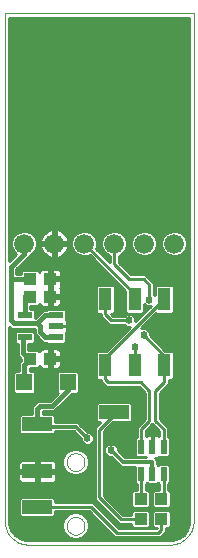
<source format=gtl>
G75*
G70*
%OFA0B0*%
%FSLAX24Y24*%
%IPPOS*%
%LPD*%
%AMOC8*
5,1,8,0,0,1.08239X$1,22.5*
%
%ADD10C,0.0000*%
%ADD11R,0.0236X0.0472*%
%ADD12R,0.0984X0.0472*%
%ADD13R,0.0433X0.0394*%
%ADD14R,0.0472X0.0217*%
%ADD15C,0.0660*%
%ADD16R,0.0433X0.0768*%
%ADD17R,0.0551X0.0551*%
%ADD18C,0.0100*%
%ADD19C,0.0246*%
%ADD20C,0.0160*%
%ADD21C,0.0120*%
D10*
X000160Y001700D02*
X000160Y018629D01*
X006459Y018629D01*
X006459Y001700D01*
X006457Y001646D01*
X006452Y001593D01*
X006443Y001540D01*
X006430Y001488D01*
X006414Y001436D01*
X006394Y001386D01*
X006371Y001338D01*
X006344Y001291D01*
X006315Y001246D01*
X006282Y001203D01*
X006247Y001163D01*
X006209Y001125D01*
X006169Y001090D01*
X006126Y001057D01*
X006081Y001028D01*
X006034Y001001D01*
X005986Y000978D01*
X005936Y000958D01*
X005884Y000942D01*
X005832Y000929D01*
X005779Y000920D01*
X005726Y000915D01*
X005672Y000913D01*
X005672Y000912D02*
X000947Y000912D01*
X000947Y000913D02*
X000893Y000915D01*
X000840Y000920D01*
X000787Y000929D01*
X000735Y000942D01*
X000683Y000958D01*
X000633Y000978D01*
X000585Y001001D01*
X000538Y001028D01*
X000493Y001057D01*
X000450Y001090D01*
X000410Y001125D01*
X000372Y001163D01*
X000337Y001203D01*
X000304Y001246D01*
X000275Y001291D01*
X000248Y001338D01*
X000225Y001386D01*
X000205Y001436D01*
X000189Y001488D01*
X000176Y001540D01*
X000167Y001593D01*
X000162Y001646D01*
X000160Y001700D01*
X002227Y001542D02*
X002229Y001576D01*
X002235Y001610D01*
X002245Y001643D01*
X002258Y001674D01*
X002276Y001704D01*
X002296Y001732D01*
X002320Y001757D01*
X002346Y001779D01*
X002374Y001797D01*
X002405Y001813D01*
X002437Y001825D01*
X002471Y001833D01*
X002505Y001837D01*
X002539Y001837D01*
X002573Y001833D01*
X002607Y001825D01*
X002639Y001813D01*
X002669Y001797D01*
X002698Y001779D01*
X002724Y001757D01*
X002748Y001732D01*
X002768Y001704D01*
X002786Y001674D01*
X002799Y001643D01*
X002809Y001610D01*
X002815Y001576D01*
X002817Y001542D01*
X002815Y001508D01*
X002809Y001474D01*
X002799Y001441D01*
X002786Y001410D01*
X002768Y001380D01*
X002748Y001352D01*
X002724Y001327D01*
X002698Y001305D01*
X002670Y001287D01*
X002639Y001271D01*
X002607Y001259D01*
X002573Y001251D01*
X002539Y001247D01*
X002505Y001247D01*
X002471Y001251D01*
X002437Y001259D01*
X002405Y001271D01*
X002374Y001287D01*
X002346Y001305D01*
X002320Y001327D01*
X002296Y001352D01*
X002276Y001380D01*
X002258Y001410D01*
X002245Y001441D01*
X002235Y001474D01*
X002229Y001508D01*
X002227Y001542D01*
X002227Y003668D02*
X002229Y003702D01*
X002235Y003736D01*
X002245Y003769D01*
X002258Y003800D01*
X002276Y003830D01*
X002296Y003858D01*
X002320Y003883D01*
X002346Y003905D01*
X002374Y003923D01*
X002405Y003939D01*
X002437Y003951D01*
X002471Y003959D01*
X002505Y003963D01*
X002539Y003963D01*
X002573Y003959D01*
X002607Y003951D01*
X002639Y003939D01*
X002669Y003923D01*
X002698Y003905D01*
X002724Y003883D01*
X002748Y003858D01*
X002768Y003830D01*
X002786Y003800D01*
X002799Y003769D01*
X002809Y003736D01*
X002815Y003702D01*
X002817Y003668D01*
X002815Y003634D01*
X002809Y003600D01*
X002799Y003567D01*
X002786Y003536D01*
X002768Y003506D01*
X002748Y003478D01*
X002724Y003453D01*
X002698Y003431D01*
X002670Y003413D01*
X002639Y003397D01*
X002607Y003385D01*
X002573Y003377D01*
X002539Y003373D01*
X002505Y003373D01*
X002471Y003377D01*
X002437Y003385D01*
X002405Y003397D01*
X002374Y003413D01*
X002346Y003431D01*
X002320Y003453D01*
X002296Y003478D01*
X002276Y003506D01*
X002258Y003536D01*
X002245Y003567D01*
X002235Y003600D01*
X002229Y003634D01*
X002227Y003668D01*
D11*
X004707Y003275D03*
X005081Y003275D03*
X005081Y004180D03*
X004707Y004180D03*
X005455Y004180D03*
X005455Y003275D03*
D12*
X003802Y005322D03*
X001243Y004928D03*
X001243Y003353D03*
X001243Y002172D03*
D13*
X001006Y007113D03*
X001676Y007113D03*
X001676Y009180D03*
X001676Y009771D03*
X001006Y009771D03*
X001006Y009180D03*
X004688Y002428D03*
X004688Y001759D03*
X005377Y001759D03*
X005377Y002428D03*
D14*
X001853Y007822D03*
X001853Y008196D03*
X001853Y008570D03*
X000829Y008570D03*
X000829Y007822D03*
D15*
X000810Y010952D03*
X001810Y010952D03*
X002810Y010952D03*
X003810Y010952D03*
X004810Y010952D03*
X005810Y010952D03*
D16*
X005475Y009101D03*
X005475Y006897D03*
X004491Y006897D03*
X004491Y009101D03*
X003506Y009101D03*
X003506Y006897D03*
D17*
X002266Y006326D03*
X000810Y006326D03*
D18*
X000455Y001306D02*
X002138Y001306D01*
X002145Y001290D02*
X002270Y001165D01*
X002434Y001097D01*
X002611Y001097D01*
X002774Y001165D01*
X002900Y001290D01*
X002967Y001454D01*
X002967Y001631D01*
X002900Y001795D01*
X002774Y001920D01*
X002611Y001988D01*
X002434Y001988D01*
X002270Y001920D01*
X002145Y001795D01*
X002077Y001631D01*
X002077Y001454D01*
X002145Y001290D01*
X002227Y001208D02*
X000553Y001208D01*
X000497Y001249D02*
X000379Y001410D01*
X000318Y001600D01*
X000310Y001700D01*
X000310Y008185D01*
X000381Y008114D01*
X001161Y008114D01*
X001161Y007976D01*
X001107Y008030D01*
X000552Y008030D01*
X000493Y007972D01*
X000493Y007672D01*
X000552Y007614D01*
X000590Y007614D01*
X000590Y007216D01*
X000690Y007116D01*
X000690Y007051D01*
X000630Y006991D01*
X000630Y006701D01*
X000493Y006701D01*
X000434Y006643D01*
X000434Y006009D01*
X000493Y005950D01*
X001127Y005950D01*
X001185Y006009D01*
X001185Y006643D01*
X001127Y006701D01*
X000990Y006701D01*
X000990Y006816D01*
X001264Y006816D01*
X001317Y006869D01*
X001319Y006858D01*
X001339Y006824D01*
X001367Y006796D01*
X001401Y006777D01*
X001439Y006766D01*
X001627Y006766D01*
X001627Y007065D01*
X001724Y007065D01*
X001724Y007162D01*
X001627Y007162D01*
X001627Y007460D01*
X001439Y007460D01*
X001401Y007450D01*
X001367Y007430D01*
X001339Y007402D01*
X001319Y007368D01*
X001317Y007358D01*
X001264Y007410D01*
X000950Y007410D01*
X000950Y007614D01*
X001107Y007614D01*
X001165Y007672D01*
X001165Y007920D01*
X001267Y007819D01*
X001444Y007642D01*
X001547Y007642D01*
X001575Y007614D01*
X002131Y007614D01*
X002189Y007672D01*
X002189Y007972D01*
X002187Y007974D01*
X002209Y007995D01*
X002229Y008030D01*
X002239Y008068D01*
X002239Y008192D01*
X001857Y008192D01*
X001857Y008200D01*
X002239Y008200D01*
X002239Y008324D01*
X002229Y008362D01*
X002209Y008396D01*
X002187Y008418D01*
X002189Y008420D01*
X002189Y008720D01*
X002131Y008778D01*
X001575Y008778D01*
X001547Y008750D01*
X001444Y008750D01*
X001338Y008644D01*
X001168Y008474D01*
X001165Y008474D01*
X001165Y008720D01*
X001107Y008778D01*
X001009Y008778D01*
X001009Y008883D01*
X001264Y008883D01*
X001317Y008936D01*
X001319Y008925D01*
X001339Y008891D01*
X001367Y008863D01*
X001401Y008843D01*
X001439Y008833D01*
X001627Y008833D01*
X001627Y009132D01*
X001724Y009132D01*
X001724Y009229D01*
X001627Y009229D01*
X001627Y009527D01*
X001627Y009722D01*
X001724Y009722D01*
X001724Y009229D01*
X002042Y009229D01*
X002042Y009397D01*
X002032Y009435D01*
X002012Y009469D01*
X002006Y009475D01*
X002012Y009482D01*
X002032Y009516D01*
X002042Y009554D01*
X002042Y009722D01*
X001724Y009722D01*
X001724Y009819D01*
X001627Y009819D01*
X001627Y010118D01*
X001439Y010118D01*
X001401Y010107D01*
X001367Y010088D01*
X001339Y010060D01*
X001319Y010025D01*
X001317Y010015D01*
X001264Y010068D01*
X000748Y010068D01*
X000690Y010009D01*
X000690Y009951D01*
X000537Y009951D01*
X000537Y010090D01*
X000990Y010543D01*
X000990Y010561D01*
X001053Y010587D01*
X001174Y010708D01*
X001240Y010866D01*
X001240Y011037D01*
X001174Y011195D01*
X001053Y011316D01*
X000895Y011382D01*
X000724Y011382D01*
X000566Y011316D01*
X000445Y011195D01*
X000380Y011037D01*
X000380Y010866D01*
X000445Y010708D01*
X000546Y010608D01*
X000310Y010372D01*
X000310Y018479D01*
X006309Y018479D01*
X006309Y001700D01*
X006301Y001600D01*
X006240Y001410D01*
X006123Y001249D01*
X005961Y001132D01*
X005772Y001070D01*
X005672Y001062D01*
X000947Y001062D01*
X000848Y001070D01*
X000658Y001132D01*
X000497Y001249D01*
X000383Y001405D02*
X002097Y001405D01*
X002077Y001503D02*
X000349Y001503D01*
X000318Y001602D02*
X002077Y001602D01*
X002106Y001700D02*
X000310Y001700D01*
X000310Y001799D02*
X002149Y001799D01*
X002248Y001897D02*
X001835Y001897D01*
X001835Y001895D02*
X001835Y002022D01*
X002972Y002022D01*
X003750Y001244D01*
X003838Y001156D01*
X005340Y001156D01*
X005428Y001244D01*
X005527Y001342D01*
X005527Y001462D01*
X005634Y001462D01*
X005693Y001521D01*
X005693Y001997D01*
X005634Y002056D01*
X005119Y002056D01*
X005060Y001997D01*
X005060Y001521D01*
X005119Y001462D01*
X005222Y001462D01*
X005216Y001456D01*
X003962Y001456D01*
X003096Y002322D01*
X001835Y002322D01*
X001835Y002450D01*
X001776Y002508D01*
X000709Y002508D01*
X000651Y002450D01*
X000651Y001895D01*
X000709Y001836D01*
X001776Y001836D01*
X001835Y001895D01*
X001835Y001996D02*
X002998Y001996D01*
X003097Y001897D02*
X002797Y001897D01*
X002895Y001799D02*
X003195Y001799D01*
X003294Y001700D02*
X002939Y001700D01*
X002967Y001602D02*
X003392Y001602D01*
X003491Y001503D02*
X002967Y001503D01*
X002947Y001405D02*
X003589Y001405D01*
X003688Y001306D02*
X002906Y001306D01*
X002817Y001208D02*
X003786Y001208D01*
X003900Y001306D02*
X005278Y001306D01*
X005377Y001405D01*
X005377Y001759D01*
X005527Y001405D02*
X006236Y001405D01*
X006270Y001503D02*
X005676Y001503D01*
X005693Y001602D02*
X006302Y001602D01*
X006309Y001700D02*
X005693Y001700D01*
X005693Y001799D02*
X006309Y001799D01*
X006309Y001897D02*
X005693Y001897D01*
X005693Y001996D02*
X006309Y001996D01*
X006309Y002094D02*
X003915Y002094D01*
X004013Y001996D02*
X004371Y001996D01*
X004371Y001997D02*
X004371Y001909D01*
X004100Y001909D01*
X003460Y002549D01*
X003460Y004689D01*
X003756Y004986D01*
X004335Y004986D01*
X004394Y005044D01*
X004394Y005599D01*
X004335Y005658D01*
X003268Y005658D01*
X003210Y005599D01*
X003210Y005044D01*
X003268Y004986D01*
X003332Y004986D01*
X003160Y004813D01*
X003160Y002425D01*
X003247Y002337D01*
X003976Y001609D01*
X004371Y001609D01*
X004371Y001521D01*
X004430Y001462D01*
X004946Y001462D01*
X005004Y001521D01*
X005004Y001997D01*
X004946Y002056D01*
X004430Y002056D01*
X004371Y001997D01*
X004430Y002131D02*
X004946Y002131D01*
X005004Y002190D01*
X005004Y002666D01*
X004946Y002725D01*
X004857Y002725D01*
X004857Y002938D01*
X004867Y002938D01*
X004894Y002966D01*
X004922Y002938D01*
X005241Y002938D01*
X005268Y002966D01*
X005296Y002938D01*
X005305Y002938D01*
X005305Y002725D01*
X005119Y002725D01*
X005060Y002666D01*
X005060Y002190D01*
X005119Y002131D01*
X005634Y002131D01*
X005693Y002190D01*
X005693Y002666D01*
X005634Y002725D01*
X005605Y002725D01*
X005605Y002938D01*
X005615Y002938D01*
X005673Y002997D01*
X005673Y003552D01*
X005615Y003611D01*
X005296Y003611D01*
X005268Y003583D01*
X005241Y003610D01*
X005241Y003735D01*
X005182Y003794D01*
X005219Y003794D01*
X005257Y003804D01*
X005291Y003824D01*
X005312Y003844D01*
X005615Y003844D01*
X005673Y003902D01*
X005673Y004458D01*
X005615Y004516D01*
X005605Y004516D01*
X005605Y004833D01*
X005330Y005108D01*
X005330Y005968D01*
X005625Y006264D01*
X005625Y006413D01*
X005733Y006413D01*
X005791Y006471D01*
X005791Y007322D01*
X005733Y007381D01*
X005518Y007381D01*
X005009Y007890D01*
X005009Y007993D01*
X004878Y008124D01*
X004709Y008124D01*
X005210Y008624D01*
X005217Y008618D01*
X005733Y008618D01*
X005791Y008676D01*
X005791Y009527D01*
X005733Y009585D01*
X005217Y009585D01*
X005158Y009527D01*
X005158Y009221D01*
X005133Y009247D01*
X005133Y009636D01*
X005045Y009724D01*
X004848Y009921D01*
X004356Y009921D01*
X003960Y010317D01*
X003960Y010548D01*
X004053Y010587D01*
X004174Y010708D01*
X004240Y010866D01*
X004240Y011037D01*
X004174Y011195D01*
X004053Y011316D01*
X003895Y011382D01*
X003724Y011382D01*
X003566Y011316D01*
X003445Y011195D01*
X003380Y011037D01*
X003380Y010866D01*
X003445Y010708D01*
X003566Y010587D01*
X003660Y010548D01*
X003660Y010322D01*
X003203Y010778D01*
X003240Y010866D01*
X003240Y011037D01*
X003174Y011195D01*
X003053Y011316D01*
X002895Y011382D01*
X002724Y011382D01*
X002566Y011316D01*
X002445Y011195D01*
X002380Y011037D01*
X002380Y010866D01*
X002445Y010708D01*
X002566Y010587D01*
X002724Y010522D01*
X002895Y010522D01*
X002994Y010563D01*
X004174Y009383D01*
X004174Y008676D01*
X004233Y008618D01*
X004749Y008618D01*
X004807Y008676D01*
X004807Y008942D01*
X004890Y008859D01*
X005020Y008859D01*
X004517Y008355D01*
X004517Y008485D01*
X004386Y008616D01*
X004201Y008616D01*
X004128Y008543D01*
X003765Y008543D01*
X003691Y008618D01*
X003764Y008618D01*
X003823Y008676D01*
X003823Y009527D01*
X003764Y009585D01*
X003248Y009585D01*
X003190Y009527D01*
X003190Y008676D01*
X003248Y008618D01*
X003356Y008618D01*
X003356Y008527D01*
X003444Y008440D01*
X003641Y008243D01*
X004128Y008243D01*
X004201Y008170D01*
X004331Y008170D01*
X003542Y007381D01*
X003248Y007381D01*
X003190Y007322D01*
X003190Y006471D01*
X003248Y006413D01*
X003356Y006413D01*
X003356Y006362D01*
X003444Y006274D01*
X003543Y006176D01*
X004625Y006176D01*
X004833Y005968D01*
X004833Y005108D01*
X004557Y004833D01*
X004557Y004516D01*
X004548Y004516D01*
X004489Y004458D01*
X004489Y003902D01*
X004548Y003844D01*
X004851Y003844D01*
X004867Y003828D01*
X004163Y003828D01*
X003926Y004065D01*
X003926Y004154D01*
X003796Y004285D01*
X003611Y004285D01*
X003480Y004154D01*
X003480Y003970D01*
X003611Y003839D01*
X003700Y003839D01*
X004031Y003508D01*
X004489Y003508D01*
X004489Y002997D01*
X004548Y002938D01*
X004557Y002938D01*
X004557Y002725D01*
X004430Y002725D01*
X004371Y002666D01*
X004371Y002190D01*
X004430Y002131D01*
X004371Y002193D02*
X003816Y002193D01*
X003718Y002291D02*
X004371Y002291D01*
X004371Y002390D02*
X003619Y002390D01*
X003521Y002488D02*
X004371Y002488D01*
X004371Y002587D02*
X003460Y002587D01*
X003460Y002685D02*
X004390Y002685D01*
X004557Y002784D02*
X003460Y002784D01*
X003460Y002882D02*
X004557Y002882D01*
X004505Y002981D02*
X003460Y002981D01*
X003460Y003079D02*
X004489Y003079D01*
X004489Y003178D02*
X003460Y003178D01*
X003460Y003276D02*
X004489Y003276D01*
X004489Y003375D02*
X003460Y003375D01*
X003460Y003473D02*
X004489Y003473D01*
X004524Y003867D02*
X004124Y003867D01*
X004026Y003966D02*
X004489Y003966D01*
X004489Y004064D02*
X003927Y004064D01*
X003918Y004163D02*
X004489Y004163D01*
X004489Y004261D02*
X003819Y004261D01*
X003770Y003769D02*
X003460Y003769D01*
X003460Y003867D02*
X003583Y003867D01*
X003484Y003966D02*
X003460Y003966D01*
X003460Y004064D02*
X003480Y004064D01*
X003489Y004163D02*
X003460Y004163D01*
X003460Y004261D02*
X003587Y004261D01*
X003460Y004360D02*
X004489Y004360D01*
X004490Y004458D02*
X003460Y004458D01*
X003460Y004557D02*
X004557Y004557D01*
X004557Y004655D02*
X003460Y004655D01*
X003525Y004754D02*
X004557Y004754D01*
X004577Y004852D02*
X003623Y004852D01*
X003722Y004951D02*
X004675Y004951D01*
X004707Y004771D02*
X004983Y005046D01*
X004983Y006031D01*
X004688Y006326D01*
X003605Y006326D01*
X003506Y006424D01*
X003506Y006897D01*
X003506Y006719D01*
X003506Y006897D02*
X003506Y007133D01*
X005475Y009101D01*
X005738Y009580D02*
X006309Y009580D01*
X006309Y009482D02*
X005791Y009482D01*
X005791Y009383D02*
X006309Y009383D01*
X006309Y009285D02*
X005791Y009285D01*
X005791Y009186D02*
X006309Y009186D01*
X006309Y009088D02*
X005791Y009088D01*
X005791Y008989D02*
X006309Y008989D01*
X006309Y008891D02*
X005791Y008891D01*
X005791Y008792D02*
X006309Y008792D01*
X006309Y008694D02*
X005791Y008694D01*
X005387Y007512D02*
X006309Y007512D01*
X006309Y007610D02*
X005288Y007610D01*
X005190Y007709D02*
X006309Y007709D01*
X006309Y007807D02*
X005091Y007807D01*
X005009Y007906D02*
X006309Y007906D01*
X006309Y008004D02*
X004998Y008004D01*
X004899Y008103D02*
X006309Y008103D01*
X006309Y008201D02*
X004787Y008201D01*
X004886Y008300D02*
X006309Y008300D01*
X006309Y008398D02*
X004984Y008398D01*
X005083Y008497D02*
X006309Y008497D01*
X006309Y008595D02*
X005181Y008595D01*
X004983Y009082D02*
X004983Y009574D01*
X004786Y009771D01*
X004294Y009771D01*
X003810Y010255D01*
X003810Y010952D01*
X003964Y011353D02*
X004656Y011353D01*
X004724Y011382D02*
X004566Y011316D01*
X004445Y011195D01*
X004380Y011037D01*
X004380Y010866D01*
X004445Y010708D01*
X004566Y010587D01*
X004724Y010522D01*
X004895Y010522D01*
X005053Y010587D01*
X005174Y010708D01*
X005240Y010866D01*
X005240Y011037D01*
X005174Y011195D01*
X005053Y011316D01*
X004895Y011382D01*
X004724Y011382D01*
X004964Y011353D02*
X005656Y011353D01*
X005724Y011382D02*
X005566Y011316D01*
X005445Y011195D01*
X005380Y011037D01*
X005380Y010866D01*
X005445Y010708D01*
X005566Y010587D01*
X005724Y010522D01*
X005895Y010522D01*
X006053Y010587D01*
X006174Y010708D01*
X006240Y010866D01*
X006240Y011037D01*
X006174Y011195D01*
X006053Y011316D01*
X005895Y011382D01*
X005724Y011382D01*
X005505Y011255D02*
X005115Y011255D01*
X005190Y011156D02*
X005429Y011156D01*
X005388Y011058D02*
X005231Y011058D01*
X005240Y010959D02*
X005380Y010959D01*
X005382Y010861D02*
X005237Y010861D01*
X005197Y010762D02*
X005423Y010762D01*
X005489Y010664D02*
X005130Y010664D01*
X005001Y010565D02*
X005619Y010565D01*
X006001Y010565D02*
X006309Y010565D01*
X006309Y010467D02*
X003960Y010467D01*
X003960Y010368D02*
X006309Y010368D01*
X006309Y010270D02*
X004007Y010270D01*
X004105Y010171D02*
X006309Y010171D01*
X006309Y010073D02*
X004204Y010073D01*
X004302Y009974D02*
X006309Y009974D01*
X006309Y009876D02*
X004893Y009876D01*
X004991Y009777D02*
X006309Y009777D01*
X006309Y009679D02*
X005090Y009679D01*
X005133Y009580D02*
X005212Y009580D01*
X005158Y009482D02*
X005133Y009482D01*
X005133Y009383D02*
X005158Y009383D01*
X005158Y009285D02*
X005133Y009285D01*
X004954Y008792D02*
X004807Y008792D01*
X004807Y008694D02*
X004855Y008694D01*
X004858Y008891D02*
X004807Y008891D01*
X004757Y008595D02*
X004407Y008595D01*
X004505Y008497D02*
X004658Y008497D01*
X004560Y008398D02*
X004517Y008398D01*
X004294Y008393D02*
X003703Y008393D01*
X003506Y008590D01*
X003506Y009101D01*
X003356Y008595D02*
X002189Y008595D01*
X002189Y008497D02*
X003387Y008497D01*
X003485Y008398D02*
X002207Y008398D01*
X002239Y008300D02*
X003584Y008300D01*
X003713Y008595D02*
X004181Y008595D01*
X004174Y008694D02*
X003823Y008694D01*
X003823Y008792D02*
X004174Y008792D01*
X004174Y008891D02*
X003823Y008891D01*
X003823Y008989D02*
X004174Y008989D01*
X004174Y009088D02*
X003823Y009088D01*
X003823Y009186D02*
X004174Y009186D01*
X004174Y009285D02*
X003823Y009285D01*
X003823Y009383D02*
X004174Y009383D01*
X004075Y009482D02*
X003823Y009482D01*
X003769Y009580D02*
X003977Y009580D01*
X003878Y009679D02*
X002042Y009679D01*
X002042Y009580D02*
X003244Y009580D01*
X003190Y009482D02*
X002012Y009482D01*
X002042Y009383D02*
X003190Y009383D01*
X003190Y009285D02*
X002042Y009285D01*
X002042Y009132D02*
X001724Y009132D01*
X001724Y008833D01*
X001912Y008833D01*
X001950Y008843D01*
X001984Y008863D01*
X002012Y008891D01*
X003190Y008891D01*
X003190Y008989D02*
X002042Y008989D01*
X002042Y008964D02*
X002042Y009132D01*
X002042Y009088D02*
X003190Y009088D01*
X003190Y009186D02*
X001724Y009186D01*
X001724Y009088D02*
X001627Y009088D01*
X001627Y008989D02*
X001724Y008989D01*
X001724Y008891D02*
X001627Y008891D01*
X001627Y009285D02*
X001724Y009285D01*
X001724Y009383D02*
X001627Y009383D01*
X001627Y009482D02*
X001724Y009482D01*
X001724Y009580D02*
X001627Y009580D01*
X001627Y009679D02*
X001724Y009679D01*
X001724Y009777D02*
X003780Y009777D01*
X003681Y009876D02*
X002042Y009876D01*
X002042Y009819D02*
X002042Y009987D01*
X002032Y010025D01*
X002012Y010060D01*
X001984Y010088D01*
X001950Y010107D01*
X001912Y010118D01*
X001724Y010118D01*
X001724Y009819D01*
X002042Y009819D01*
X002042Y009974D02*
X003583Y009974D01*
X003484Y010073D02*
X001999Y010073D01*
X001922Y010484D02*
X001858Y010473D01*
X001858Y010903D01*
X001761Y010903D01*
X001761Y010473D01*
X001697Y010484D01*
X001625Y010507D01*
X001558Y010541D01*
X001497Y010586D01*
X001443Y010639D01*
X001399Y010700D01*
X001365Y010768D01*
X001341Y010839D01*
X001331Y010903D01*
X001761Y010903D01*
X001761Y011000D01*
X001331Y011000D01*
X001341Y011064D01*
X001365Y011136D01*
X001399Y011203D01*
X001443Y011264D01*
X001497Y011318D01*
X001558Y011362D01*
X001625Y011397D01*
X001697Y011420D01*
X001761Y011430D01*
X001761Y011000D01*
X001858Y011000D01*
X002288Y011000D01*
X002278Y011064D01*
X002254Y011136D01*
X002220Y011203D01*
X002176Y011264D01*
X002122Y011318D01*
X002061Y011362D01*
X001994Y011397D01*
X001922Y011420D01*
X001858Y011430D01*
X001858Y011000D01*
X001858Y010903D01*
X002288Y010903D01*
X002278Y010839D01*
X002254Y010768D01*
X002220Y010700D01*
X002176Y010639D01*
X002122Y010586D01*
X002061Y010541D01*
X001994Y010507D01*
X001922Y010484D01*
X001858Y010565D02*
X001761Y010565D01*
X001761Y010664D02*
X001858Y010664D01*
X001858Y010762D02*
X001761Y010762D01*
X001761Y010861D02*
X001858Y010861D01*
X001858Y010959D02*
X002380Y010959D01*
X002382Y010861D02*
X002281Y010861D01*
X002252Y010762D02*
X002423Y010762D01*
X002489Y010664D02*
X002194Y010664D01*
X002094Y010565D02*
X002619Y010565D01*
X002810Y010952D02*
X002817Y010952D01*
X004491Y009279D01*
X004491Y009101D01*
X004170Y008201D02*
X002239Y008201D01*
X002239Y008103D02*
X004264Y008103D01*
X004166Y008004D02*
X002214Y008004D01*
X002189Y007906D02*
X004067Y007906D01*
X003969Y007807D02*
X002189Y007807D01*
X002189Y007709D02*
X003870Y007709D01*
X003772Y007610D02*
X000950Y007610D01*
X000950Y007512D02*
X003673Y007512D01*
X003575Y007413D02*
X002001Y007413D01*
X002012Y007402D02*
X001984Y007430D01*
X001950Y007450D01*
X001912Y007460D01*
X001724Y007460D01*
X001724Y007162D01*
X002042Y007162D01*
X002042Y007330D01*
X002032Y007368D01*
X002012Y007402D01*
X002042Y007315D02*
X003190Y007315D01*
X003190Y007216D02*
X002042Y007216D01*
X002042Y007065D02*
X001724Y007065D01*
X001724Y006766D01*
X001912Y006766D01*
X001950Y006777D01*
X001984Y006796D01*
X002012Y006824D01*
X002032Y006858D01*
X002042Y006897D01*
X002042Y007065D01*
X002042Y007019D02*
X003190Y007019D01*
X003190Y006921D02*
X002042Y006921D01*
X002010Y006822D02*
X003190Y006822D01*
X003190Y006724D02*
X000990Y006724D01*
X001185Y006625D02*
X001891Y006625D01*
X001891Y006643D02*
X001891Y006009D01*
X001921Y005979D01*
X001660Y005718D01*
X001267Y005718D01*
X001168Y005620D01*
X001063Y005515D01*
X001063Y005264D01*
X000709Y005264D01*
X000651Y005206D01*
X000651Y004651D01*
X000709Y004592D01*
X001776Y004592D01*
X001835Y004651D01*
X001835Y004689D01*
X002456Y004689D01*
X002693Y004452D01*
X002693Y004363D01*
X002824Y004233D01*
X003008Y004233D01*
X003139Y004363D01*
X003139Y004548D01*
X003008Y004679D01*
X002919Y004679D01*
X002682Y004916D01*
X002588Y005009D01*
X001835Y005009D01*
X001835Y005206D01*
X001776Y005264D01*
X001423Y005264D01*
X001423Y005358D01*
X001809Y005358D01*
X001915Y005464D01*
X002401Y005950D01*
X002583Y005950D01*
X002642Y006009D01*
X002642Y006643D01*
X002583Y006701D01*
X001949Y006701D01*
X001891Y006643D01*
X001891Y006527D02*
X001185Y006527D01*
X001185Y006428D02*
X001891Y006428D01*
X001891Y006330D02*
X001185Y006330D01*
X001185Y006231D02*
X001891Y006231D01*
X001891Y006133D02*
X001185Y006133D01*
X001185Y006034D02*
X001891Y006034D01*
X001878Y005936D02*
X000310Y005936D01*
X000310Y006034D02*
X000434Y006034D01*
X000434Y006133D02*
X000310Y006133D01*
X000310Y006231D02*
X000434Y006231D01*
X000434Y006330D02*
X000310Y006330D01*
X000310Y006428D02*
X000434Y006428D01*
X000434Y006527D02*
X000310Y006527D01*
X000310Y006625D02*
X000434Y006625D01*
X000310Y006724D02*
X000630Y006724D01*
X000630Y006822D02*
X000310Y006822D01*
X000310Y006921D02*
X000630Y006921D01*
X000658Y007019D02*
X000310Y007019D01*
X000310Y007118D02*
X000688Y007118D01*
X000590Y007216D02*
X000310Y007216D01*
X000310Y007315D02*
X000590Y007315D01*
X000590Y007413D02*
X000310Y007413D01*
X000310Y007512D02*
X000590Y007512D01*
X000590Y007610D02*
X000310Y007610D01*
X000310Y007709D02*
X000493Y007709D01*
X000493Y007807D02*
X000310Y007807D01*
X000310Y007906D02*
X000493Y007906D01*
X000526Y008004D02*
X000310Y008004D01*
X000310Y008103D02*
X001161Y008103D01*
X001161Y008004D02*
X001133Y008004D01*
X001165Y007906D02*
X001180Y007906D01*
X001165Y007807D02*
X001278Y007807D01*
X001377Y007709D02*
X001165Y007709D01*
X001350Y007413D02*
X000950Y007413D01*
X001270Y006822D02*
X001341Y006822D01*
X001627Y006822D02*
X001724Y006822D01*
X001724Y006921D02*
X001627Y006921D01*
X001627Y007019D02*
X001724Y007019D01*
X001724Y007118D02*
X003190Y007118D01*
X003190Y006625D02*
X002642Y006625D01*
X002642Y006527D02*
X003190Y006527D01*
X003233Y006428D02*
X002642Y006428D01*
X002642Y006330D02*
X003389Y006330D01*
X003487Y006231D02*
X002642Y006231D01*
X002642Y006133D02*
X004668Y006133D01*
X004767Y006034D02*
X002642Y006034D01*
X002387Y005936D02*
X004833Y005936D01*
X004833Y005837D02*
X002288Y005837D01*
X002190Y005739D02*
X004833Y005739D01*
X004833Y005640D02*
X004353Y005640D01*
X004394Y005542D02*
X004833Y005542D01*
X004833Y005443D02*
X004394Y005443D01*
X004394Y005345D02*
X004833Y005345D01*
X004833Y005246D02*
X004394Y005246D01*
X004394Y005148D02*
X004833Y005148D01*
X004774Y005049D02*
X004394Y005049D01*
X004707Y004771D02*
X004707Y004180D01*
X004857Y004523D02*
X004857Y004709D01*
X005045Y004896D01*
X005081Y004933D01*
X005118Y004896D01*
X005305Y004709D01*
X005305Y004523D01*
X005291Y004536D01*
X005257Y004556D01*
X005219Y004566D01*
X005090Y004566D01*
X005090Y004189D01*
X005072Y004189D01*
X005072Y004566D01*
X004943Y004566D01*
X004905Y004556D01*
X004871Y004536D01*
X004857Y004523D01*
X004857Y004557D02*
X004908Y004557D01*
X004857Y004655D02*
X005305Y004655D01*
X005305Y004557D02*
X005254Y004557D01*
X005260Y004754D02*
X004903Y004754D01*
X005001Y004852D02*
X005161Y004852D01*
X005180Y005046D02*
X005180Y006031D01*
X005475Y006326D01*
X005475Y006897D01*
X005475Y007212D01*
X004786Y007901D01*
X004491Y007507D02*
X004491Y006897D01*
X003802Y005322D02*
X003802Y005243D01*
X003310Y004751D01*
X003310Y002487D01*
X004038Y001759D01*
X004688Y001759D01*
X004688Y002428D02*
X004707Y002448D01*
X004707Y003275D01*
X004857Y002882D02*
X005305Y002882D01*
X005305Y002784D02*
X004857Y002784D01*
X004985Y002685D02*
X005079Y002685D01*
X005060Y002587D02*
X005004Y002587D01*
X005004Y002488D02*
X005060Y002488D01*
X005060Y002390D02*
X005004Y002390D01*
X005004Y002291D02*
X005060Y002291D01*
X005060Y002193D02*
X005004Y002193D01*
X005004Y001996D02*
X005060Y001996D01*
X005060Y001897D02*
X005004Y001897D01*
X005004Y001799D02*
X005060Y001799D01*
X005060Y001700D02*
X005004Y001700D01*
X005004Y001602D02*
X005060Y001602D01*
X005077Y001503D02*
X004987Y001503D01*
X005392Y001208D02*
X006066Y001208D01*
X006164Y001306D02*
X005491Y001306D01*
X005693Y002193D02*
X006309Y002193D01*
X006309Y002291D02*
X005693Y002291D01*
X005693Y002390D02*
X006309Y002390D01*
X006309Y002488D02*
X005693Y002488D01*
X005693Y002587D02*
X006309Y002587D01*
X006309Y002685D02*
X005674Y002685D01*
X005605Y002784D02*
X006309Y002784D01*
X006309Y002882D02*
X005605Y002882D01*
X005657Y002981D02*
X006309Y002981D01*
X006309Y003079D02*
X005673Y003079D01*
X005673Y003178D02*
X006309Y003178D01*
X006309Y003276D02*
X005673Y003276D01*
X005673Y003375D02*
X006309Y003375D01*
X006309Y003473D02*
X005673Y003473D01*
X005654Y003572D02*
X006309Y003572D01*
X006309Y003670D02*
X005241Y003670D01*
X005207Y003769D02*
X006309Y003769D01*
X006309Y003867D02*
X005638Y003867D01*
X005673Y003966D02*
X006309Y003966D01*
X006309Y004064D02*
X005673Y004064D01*
X005673Y004163D02*
X006309Y004163D01*
X006309Y004261D02*
X005673Y004261D01*
X005673Y004360D02*
X006309Y004360D01*
X006309Y004458D02*
X005673Y004458D01*
X005605Y004557D02*
X006309Y004557D01*
X006309Y004655D02*
X005605Y004655D01*
X005605Y004754D02*
X006309Y004754D01*
X006309Y004852D02*
X005586Y004852D01*
X005487Y004951D02*
X006309Y004951D01*
X006309Y005049D02*
X005389Y005049D01*
X005330Y005148D02*
X006309Y005148D01*
X006309Y005246D02*
X005330Y005246D01*
X005330Y005345D02*
X006309Y005345D01*
X006309Y005443D02*
X005330Y005443D01*
X005330Y005542D02*
X006309Y005542D01*
X006309Y005640D02*
X005330Y005640D01*
X005330Y005739D02*
X006309Y005739D01*
X006309Y005837D02*
X005330Y005837D01*
X005330Y005936D02*
X006309Y005936D01*
X006309Y006034D02*
X005396Y006034D01*
X005494Y006133D02*
X006309Y006133D01*
X006309Y006231D02*
X005593Y006231D01*
X005625Y006330D02*
X006309Y006330D01*
X006309Y006428D02*
X005749Y006428D01*
X005791Y006527D02*
X006309Y006527D01*
X006309Y006625D02*
X005791Y006625D01*
X005791Y006724D02*
X006309Y006724D01*
X006309Y006822D02*
X005791Y006822D01*
X005791Y006921D02*
X006309Y006921D01*
X006309Y007019D02*
X005791Y007019D01*
X005791Y007118D02*
X006309Y007118D01*
X006309Y007216D02*
X005791Y007216D01*
X005791Y007315D02*
X006309Y007315D01*
X006309Y007413D02*
X005485Y007413D01*
X005180Y005046D02*
X005455Y004771D01*
X005455Y004180D01*
X005455Y003275D02*
X005455Y002507D01*
X005377Y002428D01*
X005892Y001109D02*
X002641Y001109D01*
X002404Y001109D02*
X000727Y001109D01*
X000651Y001897D02*
X000310Y001897D01*
X000310Y001996D02*
X000651Y001996D01*
X000651Y002094D02*
X000310Y002094D01*
X000310Y002193D02*
X000651Y002193D01*
X000651Y002291D02*
X000310Y002291D01*
X000310Y002390D02*
X000651Y002390D01*
X000689Y002488D02*
X000310Y002488D01*
X000310Y002587D02*
X003160Y002587D01*
X003160Y002685D02*
X000310Y002685D01*
X000310Y002784D02*
X003160Y002784D01*
X003160Y002882D02*
X000310Y002882D01*
X000310Y002981D02*
X000686Y002981D01*
X000693Y002977D02*
X000731Y002967D01*
X001193Y002967D01*
X001193Y003303D01*
X001293Y003303D01*
X001293Y003403D01*
X001885Y003403D01*
X001885Y003609D01*
X001875Y003647D01*
X001855Y003682D01*
X001827Y003710D01*
X001793Y003729D01*
X001755Y003740D01*
X001293Y003740D01*
X001293Y003403D01*
X001193Y003403D01*
X001193Y003303D01*
X000601Y003303D01*
X000601Y003097D01*
X000611Y003059D01*
X000631Y003025D01*
X000658Y002997D01*
X000693Y002977D01*
X000605Y003079D02*
X000310Y003079D01*
X000310Y003178D02*
X000601Y003178D01*
X000601Y003276D02*
X000310Y003276D01*
X000310Y003375D02*
X001193Y003375D01*
X001193Y003403D02*
X000601Y003403D01*
X000601Y003609D01*
X000611Y003647D01*
X000631Y003682D01*
X000658Y003710D01*
X000693Y003729D01*
X000731Y003740D01*
X001193Y003740D01*
X001193Y003403D01*
X001193Y003473D02*
X001293Y003473D01*
X001293Y003375D02*
X002186Y003375D01*
X002145Y003416D02*
X002270Y003291D01*
X002434Y003223D01*
X002611Y003223D01*
X002774Y003291D01*
X002900Y003416D01*
X002967Y003580D01*
X002967Y003757D01*
X002900Y003921D01*
X002774Y004046D01*
X002611Y004114D01*
X002434Y004114D01*
X002270Y004046D01*
X002145Y003921D01*
X002077Y003757D01*
X002077Y003580D01*
X002145Y003416D01*
X002121Y003473D02*
X001885Y003473D01*
X001885Y003572D02*
X002080Y003572D01*
X002077Y003670D02*
X001861Y003670D01*
X001885Y003303D02*
X001293Y003303D01*
X001293Y002967D01*
X001755Y002967D01*
X001793Y002977D01*
X001827Y002997D01*
X001855Y003025D01*
X001875Y003059D01*
X001885Y003097D01*
X001885Y003303D01*
X001885Y003276D02*
X002305Y003276D01*
X002082Y003769D02*
X000310Y003769D01*
X000310Y003867D02*
X002123Y003867D01*
X002190Y003966D02*
X000310Y003966D01*
X000310Y004064D02*
X002315Y004064D01*
X002490Y004655D02*
X001835Y004655D01*
X001835Y005049D02*
X003210Y005049D01*
X003210Y005148D02*
X001835Y005148D01*
X001794Y005246D02*
X003210Y005246D01*
X003210Y005345D02*
X001423Y005345D01*
X001189Y005640D02*
X000310Y005640D01*
X000310Y005542D02*
X001090Y005542D01*
X001063Y005443D02*
X000310Y005443D01*
X000310Y005345D02*
X001063Y005345D01*
X000691Y005246D02*
X000310Y005246D01*
X000310Y005148D02*
X000651Y005148D01*
X000651Y005049D02*
X000310Y005049D01*
X000310Y004951D02*
X000651Y004951D01*
X000651Y004852D02*
X000310Y004852D01*
X000310Y004754D02*
X000651Y004754D01*
X000651Y004655D02*
X000310Y004655D01*
X000310Y004557D02*
X002588Y004557D01*
X002687Y004458D02*
X000310Y004458D01*
X000310Y004360D02*
X002696Y004360D01*
X002795Y004261D02*
X000310Y004261D01*
X000310Y004163D02*
X003160Y004163D01*
X003160Y004261D02*
X003037Y004261D01*
X003135Y004360D02*
X003160Y004360D01*
X003160Y004458D02*
X003139Y004458D01*
X003130Y004557D02*
X003160Y004557D01*
X003160Y004655D02*
X003032Y004655D01*
X003160Y004754D02*
X002844Y004754D01*
X002745Y004852D02*
X003199Y004852D01*
X003297Y004951D02*
X002647Y004951D01*
X002729Y004064D02*
X003160Y004064D01*
X003160Y003966D02*
X002854Y003966D01*
X002922Y003867D02*
X003160Y003867D01*
X003160Y003769D02*
X002962Y003769D01*
X002967Y003670D02*
X003160Y003670D01*
X003160Y003572D02*
X002964Y003572D01*
X002923Y003473D02*
X003160Y003473D01*
X003160Y003375D02*
X002859Y003375D01*
X002740Y003276D02*
X003160Y003276D01*
X003160Y003178D02*
X001885Y003178D01*
X001880Y003079D02*
X003160Y003079D01*
X003160Y002981D02*
X001799Y002981D01*
X001796Y002488D02*
X003160Y002488D01*
X003195Y002390D02*
X001835Y002390D01*
X001293Y002981D02*
X001193Y002981D01*
X001193Y003079D02*
X001293Y003079D01*
X001293Y003178D02*
X001193Y003178D01*
X001193Y003276D02*
X001293Y003276D01*
X001293Y003572D02*
X001193Y003572D01*
X001193Y003670D02*
X001293Y003670D01*
X001243Y002172D02*
X003034Y002172D01*
X003900Y001306D01*
X003915Y001503D02*
X004388Y001503D01*
X004371Y001602D02*
X003816Y001602D01*
X003884Y001700D02*
X003718Y001700D01*
X003786Y001799D02*
X003619Y001799D01*
X003687Y001897D02*
X003521Y001897D01*
X003589Y001996D02*
X003422Y001996D01*
X003490Y002094D02*
X003324Y002094D01*
X003392Y002193D02*
X003225Y002193D01*
X003293Y002291D02*
X003127Y002291D01*
X003460Y003572D02*
X003967Y003572D01*
X003869Y003670D02*
X003460Y003670D01*
X003210Y005443D02*
X001894Y005443D01*
X001993Y005542D02*
X003210Y005542D01*
X003251Y005640D02*
X002091Y005640D01*
X001779Y005837D02*
X000310Y005837D01*
X000310Y005739D02*
X001681Y005739D01*
X001627Y007216D02*
X001724Y007216D01*
X001724Y007315D02*
X001627Y007315D01*
X001627Y007413D02*
X001724Y007413D01*
X001289Y008595D02*
X001165Y008595D01*
X001165Y008497D02*
X001191Y008497D01*
X001165Y008694D02*
X001388Y008694D01*
X001339Y008891D02*
X001272Y008891D01*
X001009Y008792D02*
X003190Y008792D01*
X003190Y008694D02*
X002189Y008694D01*
X002012Y008891D02*
X002032Y008925D01*
X002042Y008964D01*
X001724Y009876D02*
X001627Y009876D01*
X001627Y009974D02*
X001724Y009974D01*
X001724Y010073D02*
X001627Y010073D01*
X001525Y010565D02*
X001001Y010565D01*
X000914Y010467D02*
X003090Y010467D01*
X003189Y010368D02*
X000815Y010368D01*
X000717Y010270D02*
X003287Y010270D01*
X003386Y010171D02*
X000618Y010171D01*
X000537Y010073D02*
X001352Y010073D01*
X001425Y010664D02*
X001130Y010664D01*
X001197Y010762D02*
X001367Y010762D01*
X001338Y010861D02*
X001237Y010861D01*
X001240Y010959D02*
X001761Y010959D01*
X001761Y011058D02*
X001858Y011058D01*
X001858Y011156D02*
X001761Y011156D01*
X001761Y011255D02*
X001858Y011255D01*
X001858Y011353D02*
X001761Y011353D01*
X001546Y011353D02*
X000964Y011353D01*
X001115Y011255D02*
X001437Y011255D01*
X001375Y011156D02*
X001190Y011156D01*
X001231Y011058D02*
X001340Y011058D01*
X000690Y009974D02*
X000537Y009974D01*
X000405Y010467D02*
X000310Y010467D01*
X000310Y010565D02*
X000503Y010565D01*
X000489Y010664D02*
X000310Y010664D01*
X000310Y010762D02*
X000423Y010762D01*
X000382Y010861D02*
X000310Y010861D01*
X000310Y010959D02*
X000380Y010959D01*
X000388Y011058D02*
X000310Y011058D01*
X000310Y011156D02*
X000429Y011156D01*
X000505Y011255D02*
X000310Y011255D01*
X000310Y011353D02*
X000656Y011353D01*
X000310Y011452D02*
X006309Y011452D01*
X006309Y011550D02*
X000310Y011550D01*
X000310Y011649D02*
X006309Y011649D01*
X006309Y011747D02*
X000310Y011747D01*
X000310Y011846D02*
X006309Y011846D01*
X006309Y011944D02*
X000310Y011944D01*
X000310Y012043D02*
X006309Y012043D01*
X006309Y012141D02*
X000310Y012141D01*
X000310Y012240D02*
X006309Y012240D01*
X006309Y012338D02*
X000310Y012338D01*
X000310Y012437D02*
X006309Y012437D01*
X006309Y012535D02*
X000310Y012535D01*
X000310Y012634D02*
X006309Y012634D01*
X006309Y012732D02*
X000310Y012732D01*
X000310Y012831D02*
X006309Y012831D01*
X006309Y012929D02*
X000310Y012929D01*
X000310Y013028D02*
X006309Y013028D01*
X006309Y013126D02*
X000310Y013126D01*
X000310Y013225D02*
X006309Y013225D01*
X006309Y013323D02*
X000310Y013323D01*
X000310Y013422D02*
X006309Y013422D01*
X006309Y013520D02*
X000310Y013520D01*
X000310Y013619D02*
X006309Y013619D01*
X006309Y013717D02*
X000310Y013717D01*
X000310Y013816D02*
X006309Y013816D01*
X006309Y013914D02*
X000310Y013914D01*
X000310Y014013D02*
X006309Y014013D01*
X006309Y014111D02*
X000310Y014111D01*
X000310Y014210D02*
X006309Y014210D01*
X006309Y014308D02*
X000310Y014308D01*
X000310Y014407D02*
X006309Y014407D01*
X006309Y014505D02*
X000310Y014505D01*
X000310Y014604D02*
X006309Y014604D01*
X006309Y014702D02*
X000310Y014702D01*
X000310Y014801D02*
X006309Y014801D01*
X006309Y014899D02*
X000310Y014899D01*
X000310Y014998D02*
X006309Y014998D01*
X006309Y015096D02*
X000310Y015096D01*
X000310Y015195D02*
X006309Y015195D01*
X006309Y015293D02*
X000310Y015293D01*
X000310Y015392D02*
X006309Y015392D01*
X006309Y015490D02*
X000310Y015490D01*
X000310Y015589D02*
X006309Y015589D01*
X006309Y015687D02*
X000310Y015687D01*
X000310Y015786D02*
X006309Y015786D01*
X006309Y015884D02*
X000310Y015884D01*
X000310Y015983D02*
X006309Y015983D01*
X006309Y016081D02*
X000310Y016081D01*
X000310Y016180D02*
X006309Y016180D01*
X006309Y016278D02*
X000310Y016278D01*
X000310Y016377D02*
X006309Y016377D01*
X006309Y016475D02*
X000310Y016475D01*
X000310Y016574D02*
X006309Y016574D01*
X006309Y016672D02*
X000310Y016672D01*
X000310Y016771D02*
X006309Y016771D01*
X006309Y016869D02*
X000310Y016869D01*
X000310Y016968D02*
X006309Y016968D01*
X006309Y017066D02*
X000310Y017066D01*
X000310Y017165D02*
X006309Y017165D01*
X006309Y017263D02*
X000310Y017263D01*
X000310Y017362D02*
X006309Y017362D01*
X006309Y017460D02*
X000310Y017460D01*
X000310Y017559D02*
X006309Y017559D01*
X006309Y017657D02*
X000310Y017657D01*
X000310Y017756D02*
X006309Y017756D01*
X006309Y017854D02*
X000310Y017854D01*
X000310Y017953D02*
X006309Y017953D01*
X006309Y018051D02*
X000310Y018051D01*
X000310Y018150D02*
X006309Y018150D01*
X006309Y018248D02*
X000310Y018248D01*
X000310Y018347D02*
X006309Y018347D01*
X006309Y018445D02*
X000310Y018445D01*
X002073Y011353D02*
X002656Y011353D01*
X002505Y011255D02*
X002183Y011255D01*
X002244Y011156D02*
X002429Y011156D01*
X002388Y011058D02*
X002279Y011058D01*
X002964Y011353D02*
X003656Y011353D01*
X003505Y011255D02*
X003115Y011255D01*
X003190Y011156D02*
X003429Y011156D01*
X003388Y011058D02*
X003231Y011058D01*
X003240Y010959D02*
X003380Y010959D01*
X003382Y010861D02*
X003237Y010861D01*
X003219Y010762D02*
X003423Y010762D01*
X003489Y010664D02*
X003317Y010664D01*
X003416Y010565D02*
X003619Y010565D01*
X003660Y010467D02*
X003514Y010467D01*
X003613Y010368D02*
X003660Y010368D01*
X004001Y010565D02*
X004619Y010565D01*
X004489Y010664D02*
X004130Y010664D01*
X004197Y010762D02*
X004423Y010762D01*
X004382Y010861D02*
X004237Y010861D01*
X004240Y010959D02*
X004380Y010959D01*
X004388Y011058D02*
X004231Y011058D01*
X004190Y011156D02*
X004429Y011156D01*
X004505Y011255D02*
X004115Y011255D01*
X005964Y011353D02*
X006309Y011353D01*
X006309Y011255D02*
X006115Y011255D01*
X006190Y011156D02*
X006309Y011156D01*
X006309Y011058D02*
X006231Y011058D01*
X006240Y010959D02*
X006309Y010959D01*
X006309Y010861D02*
X006237Y010861D01*
X006197Y010762D02*
X006309Y010762D01*
X006309Y010664D02*
X006130Y010664D01*
X005090Y004557D02*
X005072Y004557D01*
X005072Y004458D02*
X005090Y004458D01*
X005090Y004360D02*
X005072Y004360D01*
X005072Y004261D02*
X005090Y004261D01*
X000624Y003670D02*
X000310Y003670D01*
X000310Y003572D02*
X000601Y003572D01*
X000601Y003473D02*
X000310Y003473D01*
D19*
X000554Y004062D03*
X000554Y002487D03*
X000554Y001700D03*
X000947Y001306D03*
X001735Y001306D03*
X002522Y002487D03*
X002916Y004456D03*
X002916Y005637D03*
X003703Y004062D03*
X003310Y001306D03*
X005081Y004653D03*
X006066Y004062D03*
X006066Y002487D03*
X006066Y001700D03*
X005672Y001306D03*
X006066Y005637D03*
X006066Y007999D03*
X006066Y009968D03*
X004983Y009082D03*
X004786Y007901D03*
X004491Y007507D03*
X004294Y008393D03*
X002916Y007999D03*
X002325Y008196D03*
X002129Y009180D03*
X002129Y009771D03*
X002916Y009968D03*
X002129Y007113D03*
X001341Y007605D03*
X000554Y005637D03*
X000554Y014692D03*
X000554Y018235D03*
X006066Y018235D03*
X006066Y014692D03*
D20*
X002266Y006326D02*
X002266Y006070D01*
X001735Y005538D01*
X001341Y005538D01*
X001243Y005440D01*
X001243Y004928D01*
X001420Y004928D01*
X001538Y005046D01*
X001636Y004849D02*
X001243Y004928D01*
X000810Y006326D02*
X000810Y006916D01*
X001006Y007113D01*
X000947Y007113D01*
X000770Y007290D01*
X000770Y007822D01*
X000829Y007822D01*
X000829Y008570D02*
X000829Y009200D01*
X001006Y009180D01*
X001006Y009771D02*
X000357Y009771D01*
X000357Y008393D01*
X000455Y008294D01*
X001243Y008294D01*
X001341Y008196D01*
X001341Y007999D01*
X001518Y007822D01*
X001853Y007822D01*
X001853Y008570D02*
X001518Y008570D01*
X001243Y008294D01*
X000357Y010164D02*
X000810Y010617D01*
X000810Y010952D01*
X000357Y010164D02*
X000357Y009771D01*
D21*
X001636Y004849D02*
X002522Y004849D01*
X002916Y004456D01*
X003703Y004062D02*
X004097Y003668D01*
X005081Y003668D01*
X005081Y003275D01*
M02*

</source>
